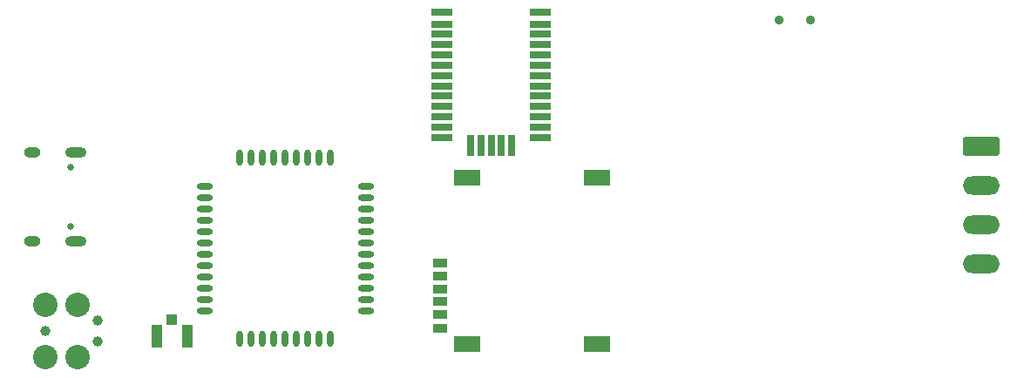
<source format=gbr>
%TF.GenerationSoftware,KiCad,Pcbnew,(6.99.0-1917-g23fb4c7433)*%
%TF.CreationDate,2022-06-08T13:57:36+10:00*%
%TF.ProjectId,samd21_gps_tracker,73616d64-3231-45f6-9770-735f74726163,rev?*%
%TF.SameCoordinates,Original*%
%TF.FileFunction,Soldermask,Top*%
%TF.FilePolarity,Negative*%
%FSLAX46Y46*%
G04 Gerber Fmt 4.6, Leading zero omitted, Abs format (unit mm)*
G04 Created by KiCad (PCBNEW (6.99.0-1917-g23fb4c7433)) date 2022-06-08 13:57:36*
%MOMM*%
%LPD*%
G01*
G04 APERTURE LIST*
G04 Aperture macros list*
%AMRoundRect*
0 Rectangle with rounded corners*
0 $1 Rounding radius*
0 $2 $3 $4 $5 $6 $7 $8 $9 X,Y pos of 4 corners*
0 Add a 4 corners polygon primitive as box body*
4,1,4,$2,$3,$4,$5,$6,$7,$8,$9,$2,$3,0*
0 Add four circle primitives for the rounded corners*
1,1,$1+$1,$2,$3*
1,1,$1+$1,$4,$5*
1,1,$1+$1,$6,$7*
1,1,$1+$1,$8,$9*
0 Add four rect primitives between the rounded corners*
20,1,$1+$1,$2,$3,$4,$5,0*
20,1,$1+$1,$4,$5,$6,$7,0*
20,1,$1+$1,$6,$7,$8,$9,0*
20,1,$1+$1,$8,$9,$2,$3,0*%
G04 Aperture macros list end*
%ADD10R,2.610000X1.560000*%
%ADD11R,1.350000X0.900000*%
%ADD12R,1.340000X0.900000*%
%ADD13R,2.150000X0.700000*%
%ADD14R,0.700000X2.150000*%
%ADD15O,1.600000X0.600000*%
%ADD16O,0.600000X1.600000*%
%ADD17R,1.100000X2.250000*%
%ADD18R,1.050000X1.100000*%
%ADD19C,2.374900*%
%ADD20C,0.990600*%
%ADD21RoundRect,0.250000X-1.550000X0.650000X-1.550000X-0.650000X1.550000X-0.650000X1.550000X0.650000X0*%
%ADD22O,3.600000X1.800000*%
%ADD23O,1.600000X1.000000*%
%ADD24O,2.100000X1.000000*%
%ADD25C,0.650000*%
%ADD26C,0.900000*%
G04 APERTURE END LIST*
D10*
%TO.C,J4*%
X182659999Y-70799999D03*
X195289999Y-70799999D03*
X182659999Y-54599999D03*
X195289999Y-54599999D03*
D11*
X180009999Y-67939999D03*
X180009999Y-65439999D03*
X180009999Y-62939999D03*
D12*
X180009999Y-69239999D03*
D11*
X180009999Y-66689999D03*
X180009999Y-64189999D03*
%TD*%
D13*
%TO.C,U4*%
X189799999Y-50699999D03*
X189799999Y-49699999D03*
X189799999Y-48699999D03*
X189799999Y-47699999D03*
X189799999Y-46699999D03*
X189799999Y-45699999D03*
X189799999Y-44699999D03*
X189799999Y-43699999D03*
X189799999Y-42699999D03*
X189799999Y-41699999D03*
X189799999Y-40699999D03*
X189799999Y-39699999D03*
X189799999Y-38549999D03*
X180199999Y-38549999D03*
X180199999Y-39699999D03*
X180199999Y-40699999D03*
X180199999Y-41699999D03*
X180199999Y-42699999D03*
X180199999Y-43699999D03*
X180199999Y-44699999D03*
X180199999Y-45699999D03*
X180199999Y-46699999D03*
X180199999Y-47699999D03*
X180199999Y-48699999D03*
X180199999Y-49699999D03*
X180199999Y-50699999D03*
D14*
X182999999Y-51499999D03*
X183999999Y-51499999D03*
X184999999Y-51499999D03*
X185999999Y-51499999D03*
X186999999Y-51499999D03*
%TD*%
D15*
%TO.C,U8*%
X172849999Y-67549999D03*
X172849999Y-66449999D03*
X172849999Y-65349999D03*
X172849999Y-64249999D03*
X172849999Y-63149999D03*
X172849999Y-62049999D03*
X172849999Y-60949999D03*
X172849999Y-59849999D03*
X172849999Y-58749999D03*
X172849999Y-57649999D03*
X172849999Y-56549999D03*
X172849999Y-55449999D03*
D16*
X169399999Y-52699999D03*
X168299999Y-52699999D03*
X167199999Y-52699999D03*
X166099999Y-52699999D03*
X164999999Y-52699999D03*
X163899999Y-52699999D03*
X162799999Y-52699999D03*
X161699999Y-52699999D03*
X160599999Y-52699999D03*
D15*
X157149999Y-55449999D03*
X157149999Y-56549999D03*
X157149999Y-57649999D03*
X157149999Y-58749999D03*
X157149999Y-59849999D03*
X157149999Y-60949999D03*
X157149999Y-62049999D03*
X157149999Y-63149999D03*
X157149999Y-64249999D03*
X157149999Y-65349999D03*
X157149999Y-66449999D03*
X157149999Y-67549999D03*
D16*
X160599999Y-70299999D03*
X161699999Y-70299999D03*
X162799999Y-70299999D03*
X163899999Y-70299999D03*
X164999999Y-70299999D03*
X166099999Y-70299999D03*
X167199999Y-70299999D03*
X168299999Y-70299999D03*
X169399999Y-70299999D03*
%TD*%
D17*
%TO.C,J6*%
X155474999Y-69999999D03*
X152524999Y-69999999D03*
D18*
X153999999Y-68449999D03*
%TD*%
D19*
%TO.C,J1*%
X141660000Y-66960000D03*
D20*
X141660000Y-69500000D03*
D19*
X141660000Y-72040000D03*
X144835000Y-66960000D03*
X144835000Y-72040000D03*
D20*
X146740000Y-68484000D03*
X146740000Y-70516000D03*
%TD*%
D21*
%TO.C,J2*%
X232600000Y-51600000D03*
D22*
X232599999Y-55409999D03*
X232599999Y-59219999D03*
X232599999Y-63029999D03*
%TD*%
D23*
%TO.C,J5*%
X140449999Y-60819999D03*
D24*
X144629999Y-60819999D03*
D25*
X144100000Y-59390000D03*
X144100000Y-53610000D03*
D23*
X140449999Y-52179999D03*
D24*
X144629999Y-52179999D03*
%TD*%
D26*
%TO.C,SW2*%
X213000000Y-39270000D03*
X216000000Y-39270000D03*
%TD*%
M02*

</source>
